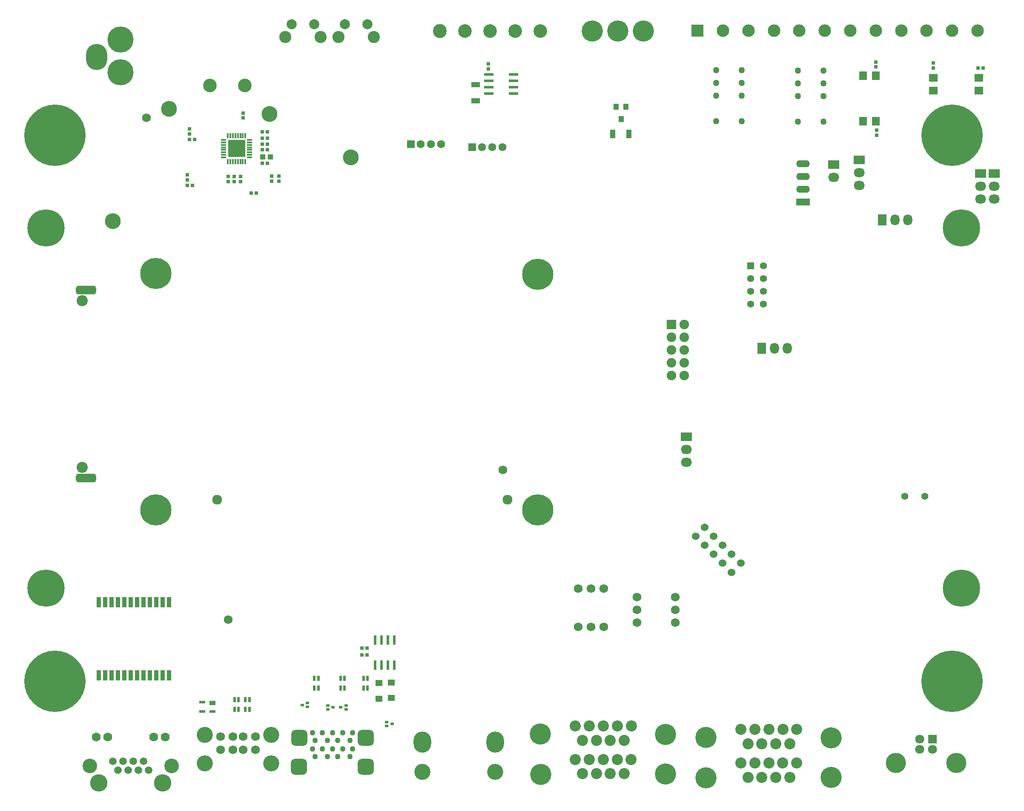
<source format=gbs>
G04 Layer_Color=16711935*
%FSLAX44Y44*%
%MOMM*%
G71*
G01*
G75*
%ADD57R,0.5588X1.9812*%
%ADD107C,1.5240*%
%ADD114C,1.3970*%
%ADD115R,1.3970X1.3970*%
%ADD132C,1.2700*%
%ADD199R,1.1684X0.5334*%
%ADD200R,1.1684X0.9398*%
%ADD201R,1.1056X1.8000*%
%ADD202R,1.8000X1.1056*%
%ADD204R,1.9812X0.5334*%
%ADD220R,0.7032X0.7032*%
%ADD221R,0.7032X0.7032*%
%ADD225R,0.6532X0.6032*%
%ADD227R,1.1032X1.1532*%
%ADD228R,1.1032X1.1532*%
%ADD230R,1.0032X1.0032*%
%ADD231R,1.4032X1.3032*%
%ADD236R,0.7032X0.8032*%
%ADD238R,0.8032X0.7032*%
%ADD242R,1.7032X1.5032*%
%ADD243R,1.5032X1.7032*%
%ADD246R,0.5524X1.0548*%
%ADD260C,1.7272*%
%ADD261C,1.9032*%
%ADD262R,1.9032X1.9032*%
%ADD263C,2.9032*%
%ADD264C,1.5032*%
%ADD265C,3.4532*%
%ADD266C,1.7780*%
%ADD267C,1.1032*%
G04:AMPARAMS|DCode=268|XSize=3.2032mm|YSize=3.2032mm|CornerRadius=0.8516mm|HoleSize=0mm|Usage=FLASHONLY|Rotation=90.000|XOffset=0mm|YOffset=0mm|HoleType=Round|Shape=RoundedRectangle|*
%AMROUNDEDRECTD268*
21,1,3.2032,1.5000,0,0,90.0*
21,1,1.5000,3.2032,0,0,90.0*
1,1,1.7032,0.7500,0.7500*
1,1,1.7032,0.7500,-0.7500*
1,1,1.7032,-0.7500,-0.7500*
1,1,1.7032,-0.7500,0.7500*
%
%ADD268ROUNDEDRECTD268*%
%ADD269C,3.2032*%
%ADD270C,1.6032*%
%ADD271R,1.6032X1.6032*%
%ADD272C,5.2032*%
%ADD273O,4.2032X5.2032*%
%ADD274C,4.0032*%
%ADD275R,1.8032X1.8032*%
%ADD276C,1.8032*%
%ADD277C,4.2032*%
%ADD278C,2.2032*%
%ADD279O,2.2032X1.8032*%
%ADD280R,2.2032X1.8032*%
%ADD281O,1.8032X2.2032*%
%ADD282R,1.8032X2.2032*%
%ADD283C,1.4032*%
%ADD284R,2.4892X2.4892*%
%ADD285C,2.4892*%
%ADD286C,2.7032*%
%ADD287O,2.7032X2.8032*%
%ADD288C,2.0032*%
%ADD289C,2.4032*%
%ADD290R,2.7032X1.4032*%
%ADD291O,2.7032X1.4032*%
%ADD292C,3.2032*%
%ADD293O,3.5032X4.2032*%
%ADD294C,3.1496*%
G04:AMPARAMS|DCode=295|XSize=1.7272mm|YSize=4.0132mm|CornerRadius=0.4826mm|HoleSize=0mm|Usage=FLASHONLY|Rotation=90.000|XOffset=0mm|YOffset=0mm|HoleType=Round|Shape=RoundedRectangle|*
%AMROUNDEDRECTD295*
21,1,1.7272,3.0480,0,0,90.0*
21,1,0.7620,4.0132,0,0,90.0*
1,1,0.9652,1.5240,0.3810*
1,1,0.9652,1.5240,-0.3810*
1,1,0.9652,-1.5240,-0.3810*
1,1,0.9652,-1.5240,0.3810*
%
%ADD295ROUNDEDRECTD295*%
%ADD296C,1.9558*%
%ADD297C,12.2032*%
%ADD298C,7.4032*%
%ADD299C,6.2032*%
%ADD300R,0.9652X2.1082*%
%ADD301R,3.4016X3.4016*%
%ADD302R,1.1176X0.3316*%
%ADD303R,0.3316X1.1176*%
D57*
X815340Y270002D02*
D03*
X828040D02*
D03*
X840740D02*
D03*
X853440D02*
D03*
Y319278D02*
D03*
X840740D02*
D03*
X828040D02*
D03*
X815340D02*
D03*
D107*
X1452339Y526321D02*
D03*
X1470299Y508361D02*
D03*
X1488259Y490401D02*
D03*
X1506220Y472440D02*
D03*
X1524181Y454479D02*
D03*
X1470299Y544282D02*
D03*
X1488259Y526321D02*
D03*
X1506220Y508361D02*
D03*
X1524180Y490401D02*
D03*
X1542141Y472440D02*
D03*
D114*
X1587500Y988060D02*
D03*
Y1013460D02*
D03*
Y1038860D02*
D03*
Y1064260D02*
D03*
X1562100Y988060D02*
D03*
Y1013460D02*
D03*
Y1038860D02*
D03*
D115*
Y1064260D02*
D03*
D132*
X1706880Y1351280D02*
D03*
Y1402080D02*
D03*
Y1427480D02*
D03*
Y1452880D02*
D03*
X1656080D02*
D03*
Y1427480D02*
D03*
Y1402080D02*
D03*
Y1351280D02*
D03*
X1544320Y1352550D02*
D03*
Y1403350D02*
D03*
Y1428750D02*
D03*
Y1454150D02*
D03*
X1493520D02*
D03*
Y1428750D02*
D03*
Y1403350D02*
D03*
Y1352550D02*
D03*
D199*
X471170Y196200D02*
D03*
Y177200D02*
D03*
X491490D02*
D03*
D200*
Y194168D02*
D03*
D201*
X1319530Y1327150D02*
D03*
X1287474D02*
D03*
D202*
X1014730Y1424940D02*
D03*
Y1392884D02*
D03*
D204*
X1040892Y1407160D02*
D03*
Y1419860D02*
D03*
Y1432560D02*
D03*
Y1445260D02*
D03*
X1090168D02*
D03*
Y1432560D02*
D03*
Y1419860D02*
D03*
Y1407160D02*
D03*
D220*
X798830Y289560D02*
D03*
X788830D02*
D03*
X798830Y303530D02*
D03*
X788830D02*
D03*
X590710Y1268730D02*
D03*
X600710D02*
D03*
X600550Y1295400D02*
D03*
X590550D02*
D03*
X590710Y1330960D02*
D03*
X600710D02*
D03*
D221*
X441960Y1245710D02*
D03*
Y1235710D02*
D03*
X445770Y1327150D02*
D03*
Y1337150D02*
D03*
X1040130Y1466850D02*
D03*
Y1456850D02*
D03*
D225*
X848700Y152590D02*
D03*
X838200Y148590D02*
D03*
Y156590D02*
D03*
X731520Y185610D02*
D03*
X721020Y181610D02*
D03*
Y189610D02*
D03*
X746760Y185420D02*
D03*
X757260Y189420D02*
D03*
Y181420D02*
D03*
X670220Y190310D02*
D03*
X680720Y194310D02*
D03*
Y186310D02*
D03*
D227*
X1294790Y1381560D02*
D03*
X1304290Y1356560D02*
D03*
D228*
X1313790Y1381560D02*
D03*
D230*
X591820Y1281430D02*
D03*
X606820D02*
D03*
D231*
X822960Y233940D02*
D03*
Y202940D02*
D03*
X847090Y235210D02*
D03*
Y204210D02*
D03*
D236*
X569040Y1209040D02*
D03*
X579040D02*
D03*
X441960Y1224280D02*
D03*
X451960D02*
D03*
X455850Y1315720D02*
D03*
X445850D02*
D03*
X600550Y1318260D02*
D03*
X590550D02*
D03*
X600630Y1306830D02*
D03*
X590630D02*
D03*
X2014220Y1457960D02*
D03*
X2024220D02*
D03*
D238*
X623570Y1243330D02*
D03*
Y1233330D02*
D03*
X609600Y1243330D02*
D03*
Y1233330D02*
D03*
X552450Y1358900D02*
D03*
Y1368900D02*
D03*
X547370Y1232060D02*
D03*
Y1242060D02*
D03*
X523240D02*
D03*
Y1232060D02*
D03*
X534670Y1242060D02*
D03*
Y1232060D02*
D03*
X1811020Y1460500D02*
D03*
Y1470500D02*
D03*
X1812290Y1324690D02*
D03*
Y1334690D02*
D03*
X1925320Y1468120D02*
D03*
Y1458120D02*
D03*
D242*
X1925490Y1413510D02*
D03*
Y1438910D02*
D03*
X2015490Y1413510D02*
D03*
Y1438910D02*
D03*
D243*
X1785620Y1442720D02*
D03*
X1811020D02*
D03*
X1785620Y1352720D02*
D03*
X1811020D02*
D03*
D246*
X746380Y243692D02*
D03*
X754380D02*
D03*
X746380Y223668D02*
D03*
X754380D02*
D03*
X702500D02*
D03*
X694500D02*
D03*
X800290D02*
D03*
X792290D02*
D03*
X557340Y201182D02*
D03*
X565340D02*
D03*
X557340Y181158D02*
D03*
X565340D02*
D03*
X543750D02*
D03*
X535750D02*
D03*
X702500Y243692D02*
D03*
X694500D02*
D03*
X800290D02*
D03*
X792290D02*
D03*
X543750Y201182D02*
D03*
X535750D02*
D03*
D260*
X360680Y1358900D02*
D03*
X1069340Y657860D02*
D03*
X507450Y101000D02*
D03*
X532450D02*
D03*
X552450D02*
D03*
X577450Y127200D02*
D03*
X552450D02*
D03*
X532450D02*
D03*
X507450D02*
D03*
X577450Y101000D02*
D03*
X1219200Y421640D02*
D03*
X1244600D02*
D03*
X1270000D02*
D03*
Y345440D02*
D03*
X1244600D02*
D03*
X1219200D02*
D03*
X1336040Y354330D02*
D03*
Y379730D02*
D03*
Y405130D02*
D03*
X1412240D02*
D03*
Y379730D02*
D03*
Y354330D02*
D03*
X523240Y359953D02*
D03*
D261*
X1430020Y845820D02*
D03*
Y871220D02*
D03*
Y896620D02*
D03*
Y922020D02*
D03*
Y947420D02*
D03*
X1404620Y845820D02*
D03*
Y871220D02*
D03*
Y896620D02*
D03*
Y922020D02*
D03*
D262*
Y947420D02*
D03*
D263*
X247730Y69240D02*
D03*
X410330D02*
D03*
D264*
X364530Y60340D02*
D03*
X354330Y78140D02*
D03*
X344230Y60340D02*
D03*
X334030Y78140D02*
D03*
X323930Y60340D02*
D03*
X313830Y78140D02*
D03*
X303630Y60340D02*
D03*
X293430Y78140D02*
D03*
D265*
X265530Y34940D02*
D03*
X392530D02*
D03*
D266*
X374730Y126340D02*
D03*
X397630D02*
D03*
X283330D02*
D03*
X260430D02*
D03*
D267*
X765410Y119630D02*
D03*
X740410D02*
D03*
X720410D02*
D03*
X695410D02*
D03*
X690410Y134630D02*
D03*
X710410D02*
D03*
X730410D02*
D03*
X750410D02*
D03*
X770410D02*
D03*
Y102630D02*
D03*
X750410D02*
D03*
X730410D02*
D03*
X710410D02*
D03*
X690410D02*
D03*
X695410Y87630D02*
D03*
X720410D02*
D03*
X740410D02*
D03*
X765410D02*
D03*
D268*
X796110Y67630D02*
D03*
Y124430D02*
D03*
X663440Y67630D02*
D03*
X664710Y124430D02*
D03*
D269*
X476750Y130700D02*
D03*
X608150D02*
D03*
X476750Y73900D02*
D03*
X608150D02*
D03*
D270*
X1068070Y1300480D02*
D03*
X1048070D02*
D03*
X1028070D02*
D03*
X946150Y1306830D02*
D03*
X926150D02*
D03*
X906150D02*
D03*
D271*
X1008070Y1300480D02*
D03*
X886150Y1306830D02*
D03*
D272*
X308610Y1515110D02*
D03*
Y1450110D02*
D03*
D273*
X261610Y1480110D02*
D03*
D274*
X1970790Y74930D02*
D03*
X1850390D02*
D03*
D275*
X1923090Y122030D02*
D03*
D276*
X1898090D02*
D03*
X1923090Y102030D02*
D03*
X1898090D02*
D03*
D277*
X1247140Y1531620D02*
D03*
X1297940D02*
D03*
X1348740D02*
D03*
X1721740Y124930D02*
D03*
X1473040Y125330D02*
D03*
X1722090Y45830D02*
D03*
X1473340Y45330D02*
D03*
X1392615Y131740D02*
D03*
X1143915Y132140D02*
D03*
X1392965Y52640D02*
D03*
X1144215Y52140D02*
D03*
D278*
X1639765Y113030D02*
D03*
X1542640Y141430D02*
D03*
X1570390Y141480D02*
D03*
X1598140D02*
D03*
X1625890D02*
D03*
X1653640D02*
D03*
X1556515Y46530D02*
D03*
X1584265D02*
D03*
X1612015D02*
D03*
X1639765D02*
D03*
X1542640Y74930D02*
D03*
X1570365D02*
D03*
X1598090D02*
D03*
X1625815D02*
D03*
X1653540D02*
D03*
X1556515Y113030D02*
D03*
X1584265D02*
D03*
X1612015D02*
D03*
X1310640Y119840D02*
D03*
X1213515Y148240D02*
D03*
X1241265Y148290D02*
D03*
X1269015D02*
D03*
X1296765D02*
D03*
X1324515D02*
D03*
X1227390Y53340D02*
D03*
X1255140D02*
D03*
X1282890D02*
D03*
X1310640D02*
D03*
X1213515Y81740D02*
D03*
X1241240D02*
D03*
X1268965D02*
D03*
X1296690D02*
D03*
X1324415D02*
D03*
X1227390Y119840D02*
D03*
X1255140D02*
D03*
X1282890D02*
D03*
X232600Y663346D02*
D03*
Y995070D02*
D03*
D279*
X1778000Y1224280D02*
D03*
Y1249680D02*
D03*
X2045970Y1197610D02*
D03*
Y1223010D02*
D03*
X1727200Y1240790D02*
D03*
X2019300Y1197610D02*
D03*
Y1223010D02*
D03*
X1433830Y673100D02*
D03*
Y698500D02*
D03*
D280*
X1778000Y1275080D02*
D03*
X2045970Y1248410D02*
D03*
X1727200Y1266190D02*
D03*
X2019300Y1248410D02*
D03*
X1433830Y723900D02*
D03*
D281*
X1874520Y1155700D02*
D03*
X1849120D02*
D03*
X1634490Y900430D02*
D03*
X1609090Y900430D02*
D03*
D282*
X1823720Y1155700D02*
D03*
X1583690Y900430D02*
D03*
D283*
X1868170Y605790D02*
D03*
X1908170D02*
D03*
D284*
X1456344Y1532890D02*
D03*
D285*
X1506959D02*
D03*
X1557574D02*
D03*
X1608190D02*
D03*
X1658805D02*
D03*
X1709420D02*
D03*
X1760035D02*
D03*
X1810650D02*
D03*
X1861266D02*
D03*
X1911881D02*
D03*
X1962496D02*
D03*
X2013111D02*
D03*
D286*
X1143470Y1531620D02*
D03*
X1093470D02*
D03*
X1043470D02*
D03*
X993470D02*
D03*
X486410Y1423670D02*
D03*
X556410D02*
D03*
D287*
X943470Y1531620D02*
D03*
D288*
X649330Y1545340D02*
D03*
X694330D02*
D03*
X799740D02*
D03*
X754740D02*
D03*
D289*
X636780Y1520440D02*
D03*
X706880D02*
D03*
X812290D02*
D03*
X742190D02*
D03*
D290*
X1666240Y1191260D02*
D03*
D291*
Y1216660D02*
D03*
Y1242060D02*
D03*
Y1267460D02*
D03*
D292*
X1054100Y57150D02*
D03*
X909100D02*
D03*
D293*
Y116750D02*
D03*
X1054100D02*
D03*
D294*
X767080Y1280160D02*
D03*
X293370Y1153160D02*
D03*
X605020Y1366520D02*
D03*
X405130Y1376680D02*
D03*
D295*
X240474Y642010D02*
D03*
X239966Y1016152D02*
D03*
D296*
X501354Y599356D02*
D03*
X1078442D02*
D03*
D297*
X178750Y1324750D02*
D03*
Y237750D02*
D03*
X1962750Y1324750D02*
D03*
Y237750D02*
D03*
D298*
X160750Y1140000D02*
D03*
Y422500D02*
D03*
X1980750D02*
D03*
Y1140000D02*
D03*
D299*
X379026Y1049079D02*
D03*
X1138682Y1047750D02*
D03*
X379223Y578358D02*
D03*
X1138202Y578356D02*
D03*
D300*
X265430Y395005D02*
D03*
X278130D02*
D03*
X290830D02*
D03*
X303530D02*
D03*
X316230D02*
D03*
X328930D02*
D03*
X341630D02*
D03*
X354330D02*
D03*
X367030D02*
D03*
X379730D02*
D03*
X265430Y248955D02*
D03*
X278130D02*
D03*
X290830D02*
D03*
X303530D02*
D03*
X316230D02*
D03*
X328930D02*
D03*
X341630D02*
D03*
X354330D02*
D03*
X367030D02*
D03*
X379730D02*
D03*
X392430D02*
D03*
X405130D02*
D03*
Y395005D02*
D03*
X392430D02*
D03*
D301*
X539750Y1297940D02*
D03*
D302*
X565782Y1315440D02*
D03*
Y1310440D02*
D03*
Y1305440D02*
D03*
Y1300440D02*
D03*
Y1295440D02*
D03*
Y1290440D02*
D03*
Y1285440D02*
D03*
Y1280440D02*
D03*
X513718D02*
D03*
Y1285440D02*
D03*
Y1290440D02*
D03*
Y1295440D02*
D03*
Y1300440D02*
D03*
Y1305440D02*
D03*
Y1310440D02*
D03*
Y1315440D02*
D03*
D303*
X557250Y1271908D02*
D03*
X552250D02*
D03*
X547250D02*
D03*
X542250D02*
D03*
X537250D02*
D03*
X532250D02*
D03*
X527250D02*
D03*
X522250D02*
D03*
Y1323972D02*
D03*
X527250D02*
D03*
X532250D02*
D03*
X537250D02*
D03*
X542250D02*
D03*
X547250D02*
D03*
X552250D02*
D03*
X557250D02*
D03*
M02*

</source>
